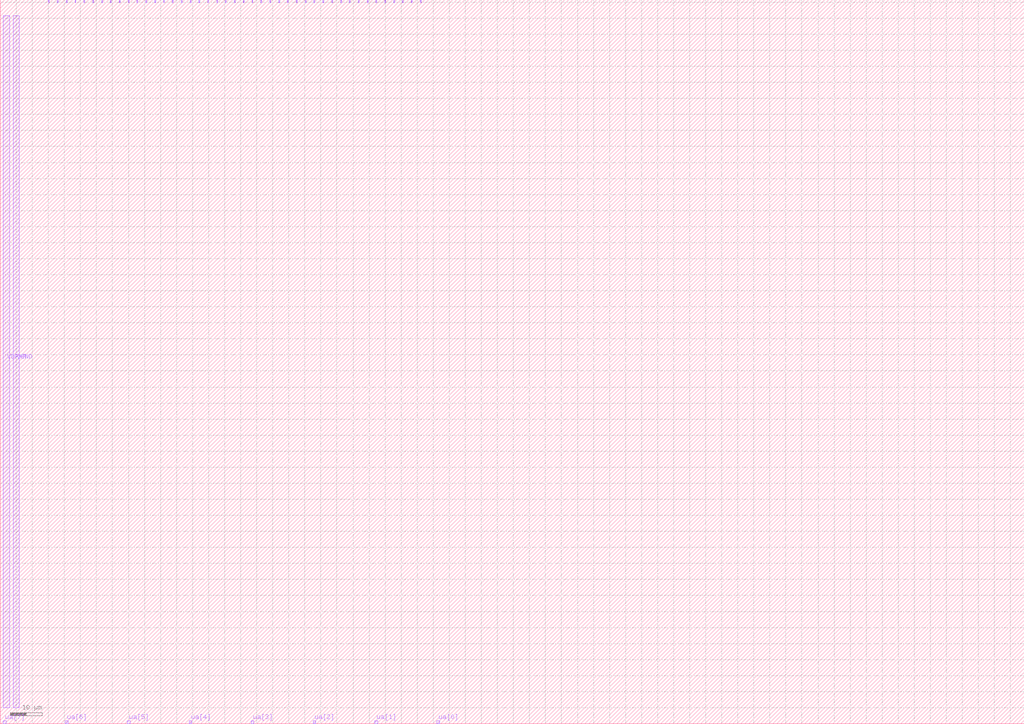
<source format=lef>
VERSION 5.7 ;
  NOWIREEXTENSIONATPIN ON ;
  DIVIDERCHAR "/" ;
  BUSBITCHARS "[]" ;
MACRO tt_um_cas_sensor_project
  CLASS BLOCK ;
  FOREIGN tt_um_cas_sensor_project ;
  ORIGIN 0.000 0.000 ;
  SIZE 319.240 BY 225.760 ;
  PIN clk
    DIRECTION INPUT ;
    USE SIGNAL ;
    PORT
      LAYER met4 ;
        RECT 128.190 224.760 128.490 225.760 ;
    END
  END clk
  PIN ena
    DIRECTION INPUT ;
    USE SIGNAL ;
    PORT
      LAYER met4 ;
        RECT 130.950 224.760 131.250 225.760 ;
    END
  END ena
  PIN rst_n
    DIRECTION INPUT ;
    USE SIGNAL ;
    PORT
      LAYER met4 ;
        RECT 125.430 224.760 125.730 225.760 ;
    END
  END rst_n
  PIN ua[0]
    DIRECTION INOUT ;
    USE SIGNAL ;
    PORT
      LAYER met4 ;
        RECT 136.170 0.000 137.070 1.000 ;
    END
  END ua[0]
  PIN ua[1]
    DIRECTION INOUT ;
    USE SIGNAL ;
    PORT
      LAYER met4 ;
        RECT 116.850 0.000 117.750 1.000 ;
    END
  END ua[1]
  PIN ua[2]
    DIRECTION INOUT ;
    USE SIGNAL ;
    PORT
      LAYER met4 ;
        RECT 97.530 0.000 98.430 1.000 ;
    END
  END ua[2]
  PIN ua[3]
    DIRECTION INOUT ;
    USE SIGNAL ;
    PORT
      LAYER met4 ;
        RECT 78.210 0.000 79.110 1.000 ;
    END
  END ua[3]
  PIN ua[4]
    DIRECTION INOUT ;
    USE SIGNAL ;
    PORT
      LAYER met4 ;
        RECT 58.890 0.000 59.790 1.000 ;
    END
  END ua[4]
  PIN ua[5]
    DIRECTION INOUT ;
    USE SIGNAL ;
    PORT
      LAYER met4 ;
        RECT 39.570 0.000 40.470 1.000 ;
    END
  END ua[5]
  PIN ua[6]
    DIRECTION INOUT ;
    USE SIGNAL ;
    PORT
      LAYER met4 ;
        RECT 20.250 0.000 21.150 1.000 ;
    END
  END ua[6]
  PIN ua[7]
    DIRECTION INOUT ;
    USE SIGNAL ;
    PORT
      LAYER met4 ;
        RECT 0.930 0.000 1.830 1.000 ;
    END
  END ua[7]
  PIN ui_in[0]
    DIRECTION INPUT ;
    USE SIGNAL ;
    PORT
      LAYER met4 ;
        RECT 122.670 224.760 122.970 225.760 ;
    END
  END ui_in[0]
  PIN ui_in[1]
    DIRECTION INPUT ;
    USE SIGNAL ;
    PORT
      LAYER met4 ;
        RECT 119.910 224.760 120.210 225.760 ;
    END
  END ui_in[1]
  PIN ui_in[2]
    DIRECTION INPUT ;
    USE SIGNAL ;
    PORT
      LAYER met4 ;
        RECT 117.150 224.760 117.450 225.760 ;
    END
  END ui_in[2]
  PIN ui_in[3]
    DIRECTION INPUT ;
    USE SIGNAL ;
    PORT
      LAYER met4 ;
        RECT 114.390 224.760 114.690 225.760 ;
    END
  END ui_in[3]
  PIN ui_in[4]
    DIRECTION INPUT ;
    USE SIGNAL ;
    PORT
      LAYER met4 ;
        RECT 111.630 224.760 111.930 225.760 ;
    END
  END ui_in[4]
  PIN ui_in[5]
    DIRECTION INPUT ;
    USE SIGNAL ;
    PORT
      LAYER met4 ;
        RECT 108.870 224.760 109.170 225.760 ;
    END
  END ui_in[5]
  PIN ui_in[6]
    DIRECTION INPUT ;
    USE SIGNAL ;
    PORT
      LAYER met4 ;
        RECT 106.110 224.760 106.410 225.760 ;
    END
  END ui_in[6]
  PIN ui_in[7]
    DIRECTION INPUT ;
    USE SIGNAL ;
    PORT
      LAYER met4 ;
        RECT 103.350 224.760 103.650 225.760 ;
    END
  END ui_in[7]
  PIN uio_in[0]
    DIRECTION INPUT ;
    USE SIGNAL ;
    PORT
      LAYER met4 ;
        RECT 100.590 224.760 100.890 225.760 ;
    END
  END uio_in[0]
  PIN uio_in[1]
    DIRECTION INPUT ;
    USE SIGNAL ;
    PORT
      LAYER met4 ;
        RECT 97.830 224.760 98.130 225.760 ;
    END
  END uio_in[1]
  PIN uio_in[2]
    DIRECTION INPUT ;
    USE SIGNAL ;
    PORT
      LAYER met4 ;
        RECT 95.070 224.760 95.370 225.760 ;
    END
  END uio_in[2]
  PIN uio_in[3]
    DIRECTION INPUT ;
    USE SIGNAL ;
    PORT
      LAYER met4 ;
        RECT 92.310 224.760 92.610 225.760 ;
    END
  END uio_in[3]
  PIN uio_in[4]
    DIRECTION INPUT ;
    USE SIGNAL ;
    PORT
      LAYER met4 ;
        RECT 89.550 224.760 89.850 225.760 ;
    END
  END uio_in[4]
  PIN uio_in[5]
    DIRECTION INPUT ;
    USE SIGNAL ;
    PORT
      LAYER met4 ;
        RECT 86.790 224.760 87.090 225.760 ;
    END
  END uio_in[5]
  PIN uio_in[6]
    DIRECTION INPUT ;
    USE SIGNAL ;
    PORT
      LAYER met4 ;
        RECT 84.030 224.760 84.330 225.760 ;
    END
  END uio_in[6]
  PIN uio_in[7]
    DIRECTION INPUT ;
    USE SIGNAL ;
    PORT
      LAYER met4 ;
        RECT 81.270 224.760 81.570 225.760 ;
    END
  END uio_in[7]
  PIN uio_oe[0]
    DIRECTION OUTPUT ;
    USE SIGNAL ;
    PORT
      LAYER met4 ;
        RECT 34.350 224.760 34.650 225.760 ;
    END
  END uio_oe[0]
  PIN uio_oe[1]
    DIRECTION OUTPUT ;
    USE SIGNAL ;
    PORT
      LAYER met4 ;
        RECT 31.590 224.760 31.890 225.760 ;
    END
  END uio_oe[1]
  PIN uio_oe[2]
    DIRECTION OUTPUT ;
    USE SIGNAL ;
    PORT
      LAYER met4 ;
        RECT 28.830 224.760 29.130 225.760 ;
    END
  END uio_oe[2]
  PIN uio_oe[3]
    DIRECTION OUTPUT ;
    USE SIGNAL ;
    PORT
      LAYER met4 ;
        RECT 26.070 224.760 26.370 225.760 ;
    END
  END uio_oe[3]
  PIN uio_oe[4]
    DIRECTION OUTPUT ;
    USE SIGNAL ;
    PORT
      LAYER met4 ;
        RECT 23.310 224.760 23.610 225.760 ;
    END
  END uio_oe[4]
  PIN uio_oe[5]
    DIRECTION OUTPUT ;
    USE SIGNAL ;
    PORT
      LAYER met4 ;
        RECT 20.550 224.760 20.850 225.760 ;
    END
  END uio_oe[5]
  PIN uio_oe[6]
    DIRECTION OUTPUT ;
    USE SIGNAL ;
    PORT
      LAYER met4 ;
        RECT 17.790 224.760 18.090 225.760 ;
    END
  END uio_oe[6]
  PIN uio_oe[7]
    DIRECTION OUTPUT ;
    USE SIGNAL ;
    PORT
      LAYER met4 ;
        RECT 15.030 224.760 15.330 225.760 ;
    END
  END uio_oe[7]
  PIN uio_out[0]
    DIRECTION OUTPUT ;
    USE SIGNAL ;
    PORT
      LAYER met4 ;
        RECT 56.430 224.760 56.730 225.760 ;
    END
  END uio_out[0]
  PIN uio_out[1]
    DIRECTION OUTPUT ;
    USE SIGNAL ;
    PORT
      LAYER met4 ;
        RECT 53.670 224.760 53.970 225.760 ;
    END
  END uio_out[1]
  PIN uio_out[2]
    DIRECTION OUTPUT ;
    USE SIGNAL ;
    PORT
      LAYER met4 ;
        RECT 50.910 224.760 51.210 225.760 ;
    END
  END uio_out[2]
  PIN uio_out[3]
    DIRECTION OUTPUT ;
    USE SIGNAL ;
    PORT
      LAYER met4 ;
        RECT 48.150 224.760 48.450 225.760 ;
    END
  END uio_out[3]
  PIN uio_out[4]
    DIRECTION OUTPUT ;
    USE SIGNAL ;
    PORT
      LAYER met4 ;
        RECT 45.390 224.760 45.690 225.760 ;
    END
  END uio_out[4]
  PIN uio_out[5]
    DIRECTION OUTPUT ;
    USE SIGNAL ;
    PORT
      LAYER met4 ;
        RECT 42.630 224.760 42.930 225.760 ;
    END
  END uio_out[5]
  PIN uio_out[6]
    DIRECTION OUTPUT ;
    USE SIGNAL ;
    PORT
      LAYER met4 ;
        RECT 39.870 224.760 40.170 225.760 ;
    END
  END uio_out[6]
  PIN uio_out[7]
    DIRECTION OUTPUT ;
    USE SIGNAL ;
    PORT
      LAYER met4 ;
        RECT 37.110 224.760 37.410 225.760 ;
    END
  END uio_out[7]
  PIN uo_out[0]
    DIRECTION OUTPUT ;
    USE SIGNAL ;
    PORT
      LAYER met4 ;
        RECT 78.510 224.760 78.810 225.760 ;
    END
  END uo_out[0]
  PIN uo_out[1]
    DIRECTION OUTPUT ;
    USE SIGNAL ;
    PORT
      LAYER met4 ;
        RECT 75.750 224.760 76.050 225.760 ;
    END
  END uo_out[1]
  PIN uo_out[2]
    DIRECTION OUTPUT ;
    USE SIGNAL ;
    PORT
      LAYER met4 ;
        RECT 72.990 224.760 73.290 225.760 ;
    END
  END uo_out[2]
  PIN uo_out[3]
    DIRECTION OUTPUT ;
    USE SIGNAL ;
    PORT
      LAYER met4 ;
        RECT 70.230 224.760 70.530 225.760 ;
    END
  END uo_out[3]
  PIN uo_out[4]
    DIRECTION OUTPUT ;
    USE SIGNAL ;
    PORT
      LAYER met4 ;
        RECT 67.470 224.760 67.770 225.760 ;
    END
  END uo_out[4]
  PIN uo_out[5]
    DIRECTION OUTPUT ;
    USE SIGNAL ;
    PORT
      LAYER met4 ;
        RECT 64.710 224.760 65.010 225.760 ;
    END
  END uo_out[5]
  PIN uo_out[6]
    DIRECTION OUTPUT ;
    USE SIGNAL ;
    PORT
      LAYER met4 ;
        RECT 61.950 224.760 62.250 225.760 ;
    END
  END uo_out[6]
  PIN uo_out[7]
    DIRECTION OUTPUT ;
    USE SIGNAL ;
    PORT
      LAYER met4 ;
        RECT 59.190 224.760 59.490 225.760 ;
    END
  END uo_out[7]
  PIN VDPWR
    DIRECTION INOUT ;
    USE POWER ;
    PORT
      LAYER met4 ;
        RECT 1.000 5.000 3.000 220.760 ;
    END
  END VDPWR
  PIN VGND
    DIRECTION INOUT ;
    USE GROUND ;
    PORT
      LAYER met4 ;
        RECT 4.000 5.000 6.000 220.760 ;
    END
  END VGND
END tt_um_cas_sensor_project
END LIBRARY


</source>
